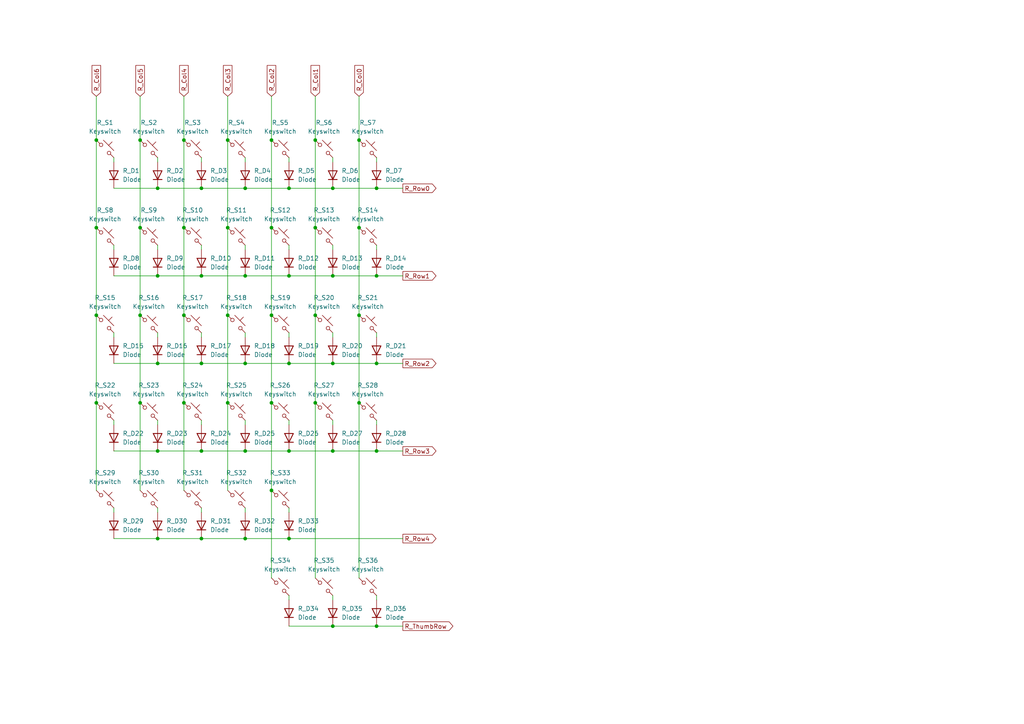
<source format=kicad_sch>
(kicad_sch (version 20250114) (generator "eeschema") (generator_version "9.0")
  (paper "A4")
  (title_block (title "TheFalcon[Left["))
  (lib_symbols
    (symbol "ScottoKeebs:Placeholder_Diode" (pin_numbers (hide yes)) (pin_names (hide yes))
      (property "Reference" "R_D" (at 0 2.54 0))
      (property "Value" "Diode" (at 0 -2.54 0))
      (symbol "Placeholder_Diode_0_1"
        (polyline (pts (xy -1.27 1.27) (xy -1.27 -1.27)) (stroke (width 0.254)))
        (polyline (pts (xy 1.27 1.27) (xy 1.27 -1.27) (xy -1.27 0) (xy 1.27 1.27)) (stroke (width 0.254)))
        (polyline (pts (xy 1.27 0) (xy -1.27 0)))
      )
      (symbol "Placeholder_Diode_1_1"
        (pin passive line (at -3.81 0 0) (length 2.54) (name "K") (number "1"))
        (pin passive line (at 3.81 0 180) (length 2.54) (name "A") (number "2"))
      )
    )
    (symbol "ScottoKeebs:Placeholder_Keyswitch" (pin_numbers (hide yes)) (pin_names (offset 1.016) (hide yes))
      (property "Reference" "R_S" (at 3.048 1.016 0))
      (property "Value" "Keyswitch" (at 0 -3.81 0))
      (symbol "Placeholder_Keyswitch_0_1"
        (polyline (pts (xy -2.54 2.54) (xy -1.524 1.524) (xy -1.524 1.524)))
        (circle (center -1.1684 1.1684) (radius 0.508))
        (polyline (pts (xy -0.508 2.54) (xy 2.54 -0.508)))
        (polyline (pts (xy 1.016 1.016) (xy 2.032 2.032)))
        (circle (center 1.143 -1.1938) (radius 0.508))
        (polyline (pts (xy 1.524 -1.524) (xy 2.54 -2.54) (xy 2.54 -2.54) (xy 2.54 -2.54)))
        (pin passive line (at -2.54 2.54 0) (length 0) (name "1") (number "1"))
        (pin passive line (at 2.54 -2.54 180) (length 0) (name "2") (number "2"))
      )
    )
  )
  (junction (at 104.14 91.44))
  (junction (at 104.14 116.84))
  (junction (at 104.14 66.04))
  (junction (at 40.64 91.44))
  (junction (at 27.94 66.04))
  (junction (at 78.74 40.64))
  (junction (at 45.72 156.21))
  (junction (at 27.94 116.84))
  (junction (at 58.42 156.21))
  (junction (at 83.82 156.21))
  (junction (at 45.72 130.81))
  (junction (at 83.82 130.81))
  (junction (at 53.34 91.44))
  (junction (at 66.04 66.04))
  (junction (at 66.04 40.64))
  (junction (at 27.94 40.64))
  (junction (at 78.74 142.24))
  (junction (at 53.34 116.84))
  (junction (at 66.04 116.84))
  (junction (at 104.14 40.64))
  (junction (at 71.12 105.41))
  (junction (at 40.64 40.64))
  (junction (at 71.12 156.21))
  (junction (at 58.42 80.01))
  (junction (at 91.44 40.64))
  (junction (at 91.44 91.44))
  (junction (at 109.22 130.81))
  (junction (at 53.34 40.64))
  (junction (at 83.82 54.61))
  (junction (at 109.22 181.61))
  (junction (at 58.42 130.81))
  (junction (at 66.04 91.44))
  (junction (at 109.22 54.61))
  (junction (at 78.74 91.44))
  (junction (at 78.74 116.84))
  (junction (at 71.12 54.61))
  (junction (at 96.52 80.01))
  (junction (at 40.64 66.04))
  (junction (at 91.44 116.84))
  (junction (at 58.42 54.61))
  (junction (at 71.12 80.01))
  (junction (at 45.72 105.41))
  (junction (at 53.34 66.04))
  (junction (at 45.72 80.01))
  (junction (at 109.22 105.41))
  (junction (at 71.12 130.81))
  (junction (at 27.94 91.44))
  (junction (at 58.42 105.41))
  (junction (at 78.74 66.04))
  (junction (at 109.22 80.01))
  (junction (at 91.44 66.04))
  (junction (at 96.52 54.61))
  (junction (at 83.82 80.01))
  (junction (at 96.52 105.41))
  (junction (at 40.64 116.84))
  (junction (at 45.72 54.61))
  (junction (at 96.52 181.61))
  (junction (at 83.82 105.41))
  (junction (at 96.52 130.81))
  (wire (pts (xy 71.12 80.01) (xy 83.82 80.01)))
  (wire (pts (xy 96.52 105.41) (xy 109.22 105.41)))
  (wire (pts (xy 33.02 80.01) (xy 45.72 80.01)))
  (wire (pts (xy 45.72 54.61) (xy 58.42 54.61)))
  (wire (pts (xy 40.64 91.44) (xy 40.64 116.84)))
  (wire (pts (xy 83.82 54.61) (xy 96.52 54.61)))
  (wire (pts (xy 71.12 54.61) (xy 83.82 54.61)))
  (wire (pts (xy 104.14 27.94) (xy 104.14 40.64)))
  (wire (pts (xy 58.42 156.21) (xy 71.12 156.21)))
  (wire (pts (xy 78.74 27.94) (xy 78.74 40.64)))
  (wire (pts (xy 33.02 147.32) (xy 33.02 148.59)))
  (wire (pts (xy 53.34 66.04) (xy 53.34 91.44)))
  (wire (pts (xy 45.72 121.92) (xy 45.72 123.19)))
  (wire (pts (xy 33.02 96.52) (xy 33.02 97.79)))
  (wire (pts (xy 27.94 116.84) (xy 27.94 142.24)))
  (wire (pts (xy 109.22 80.01) (xy 116.84 80.01)))
  (wire (pts (xy 33.02 71.12) (xy 33.02 72.39)))
  (wire (pts (xy 78.74 91.44) (xy 78.74 116.84)))
  (wire (pts (xy 83.82 105.41) (xy 96.52 105.41)))
  (wire (pts (xy 58.42 54.61) (xy 71.12 54.61)))
  (wire (pts (xy 96.52 96.52) (xy 96.52 97.79)))
  (wire (pts (xy 33.02 54.61) (xy 45.72 54.61)))
  (wire (pts (xy 109.22 45.72) (xy 109.22 46.99)))
  (wire (pts (xy 58.42 121.92) (xy 58.42 123.19)))
  (wire (pts (xy 40.64 40.64) (xy 40.64 66.04)))
  (wire (pts (xy 40.64 116.84) (xy 40.64 142.24)))
  (wire (pts (xy 91.44 66.04) (xy 91.44 91.44)))
  (wire (pts (xy 66.04 91.44) (xy 66.04 116.84)))
  (wire (pts (xy 66.04 27.94) (xy 66.04 40.64)))
  (wire (pts (xy 96.52 130.81) (xy 109.22 130.81)))
  (wire (pts (xy 83.82 172.72) (xy 83.82 173.99)))
  (wire (pts (xy 83.82 121.92) (xy 83.82 123.19)))
  (wire (pts (xy 109.22 105.41) (xy 116.84 105.41)))
  (wire (pts (xy 33.02 121.92) (xy 33.02 123.19)))
  (wire (pts (xy 78.74 116.84) (xy 78.74 142.24)))
  (wire (pts (xy 91.44 40.64) (xy 91.44 66.04)))
  (wire (pts (xy 83.82 156.21) (xy 116.84 156.21)))
  (wire (pts (xy 109.22 172.72) (xy 109.22 173.99)))
  (wire (pts (xy 91.44 27.94) (xy 91.44 40.64)))
  (wire (pts (xy 83.82 45.72) (xy 83.82 46.99)))
  (wire (pts (xy 109.22 130.81) (xy 116.84 130.81)))
  (wire (pts (xy 58.42 147.32) (xy 58.42 148.59)))
  (wire (pts (xy 83.82 80.01) (xy 96.52 80.01)))
  (wire (pts (xy 109.22 71.12) (xy 109.22 72.39)))
  (wire (pts (xy 104.14 116.84) (xy 104.14 167.64)))
  (wire (pts (xy 53.34 40.64) (xy 53.34 66.04)))
  (wire (pts (xy 83.82 130.81) (xy 96.52 130.81)))
  (wire (pts (xy 58.42 45.72) (xy 58.42 46.99)))
  (wire (pts (xy 66.04 40.64) (xy 66.04 66.04)))
  (wire (pts (xy 33.02 130.81) (xy 45.72 130.81)))
  (wire (pts (xy 33.02 105.41) (xy 45.72 105.41)))
  (wire (pts (xy 96.52 80.01) (xy 109.22 80.01)))
  (wire (pts (xy 71.12 96.52) (xy 71.12 97.79)))
  (wire (pts (xy 53.34 116.84) (xy 53.34 142.24)))
  (wire (pts (xy 45.72 105.41) (xy 58.42 105.41)))
  (wire (pts (xy 27.94 27.94) (xy 27.94 40.64)))
  (wire (pts (xy 96.52 45.72) (xy 96.52 46.99)))
  (wire (pts (xy 33.02 45.72) (xy 33.02 46.99)))
  (wire (pts (xy 45.72 147.32) (xy 45.72 148.59)))
  (wire (pts (xy 109.22 181.61) (xy 116.84 181.61)))
  (wire (pts (xy 109.22 96.52) (xy 109.22 97.79)))
  (wire (pts (xy 27.94 91.44) (xy 27.94 116.84)))
  (wire (pts (xy 91.44 91.44) (xy 91.44 116.84)))
  (wire (pts (xy 27.94 40.64) (xy 27.94 66.04)))
  (wire (pts (xy 78.74 40.64) (xy 78.74 66.04)))
  (wire (pts (xy 58.42 96.52) (xy 58.42 97.79)))
  (wire (pts (xy 71.12 71.12) (xy 71.12 72.39)))
  (wire (pts (xy 83.82 147.32) (xy 83.82 148.59)))
  (wire (pts (xy 83.82 181.61) (xy 96.52 181.61)))
  (wire (pts (xy 27.94 66.04) (xy 27.94 91.44)))
  (wire (pts (xy 109.22 121.92) (xy 109.22 123.19)))
  (wire (pts (xy 71.12 130.81) (xy 83.82 130.81)))
  (wire (pts (xy 45.72 80.01) (xy 58.42 80.01)))
  (wire (pts (xy 45.72 71.12) (xy 45.72 72.39)))
  (wire (pts (xy 58.42 71.12) (xy 58.42 72.39)))
  (wire (pts (xy 78.74 142.24) (xy 78.74 167.64)))
  (wire (pts (xy 71.12 105.41) (xy 83.82 105.41)))
  (wire (pts (xy 33.02 156.21) (xy 45.72 156.21)))
  (wire (pts (xy 104.14 40.64) (xy 104.14 66.04)))
  (wire (pts (xy 109.22 54.61) (xy 116.84 54.61)))
  (wire (pts (xy 96.52 121.92) (xy 96.52 123.19)))
  (wire (pts (xy 78.74 66.04) (xy 78.74 91.44)))
  (wire (pts (xy 71.12 156.21) (xy 83.82 156.21)))
  (wire (pts (xy 96.52 54.61) (xy 109.22 54.61)))
  (wire (pts (xy 45.72 45.72) (xy 45.72 46.99)))
  (wire (pts (xy 71.12 121.92) (xy 71.12 123.19)))
  (wire (pts (xy 45.72 156.21) (xy 58.42 156.21)))
  (wire (pts (xy 71.12 45.72) (xy 71.12 46.99)))
  (wire (pts (xy 96.52 181.61) (xy 109.22 181.61)))
  (wire (pts (xy 96.52 172.72) (xy 96.52 173.99)))
  (wire (pts (xy 40.64 27.94) (xy 40.64 40.64)))
  (wire (pts (xy 83.82 96.52) (xy 83.82 97.79)))
  (wire (pts (xy 83.82 71.12) (xy 83.82 72.39)))
  (wire (pts (xy 66.04 66.04) (xy 66.04 91.44)))
  (wire (pts (xy 58.42 80.01) (xy 71.12 80.01)))
  (wire (pts (xy 91.44 116.84) (xy 91.44 167.64)))
  (wire (pts (xy 104.14 91.44) (xy 104.14 116.84)))
  (wire (pts (xy 58.42 105.41) (xy 71.12 105.41)))
  (wire (pts (xy 71.12 147.32) (xy 71.12 148.59)))
  (wire (pts (xy 45.72 96.52) (xy 45.72 97.79)))
  (wire (pts (xy 96.52 71.12) (xy 96.52 72.39)))
  (wire (pts (xy 66.04 116.84) (xy 66.04 142.24)))
  (wire (pts (xy 40.64 66.04) (xy 40.64 91.44)))
  (wire (pts (xy 53.34 91.44) (xy 53.34 116.84)))
  (wire (pts (xy 104.14 66.04) (xy 104.14 91.44)))
  (wire (pts (xy 53.34 27.94) (xy 53.34 40.64)))
  (wire (pts (xy 45.72 130.81) (xy 58.42 130.81)))
  (wire (pts (xy 58.42 130.81) (xy 71.12 130.81)))
  (global_label "R_Row1" (shape output) (at 116.84 80.01 0) (property "Intersheetrefs" "${INTERSHEET_REFS}" (effects (hide yes))))
  (global_label "R_Row3" (shape output) (at 116.84 130.81 0) (property "Intersheetrefs" "${INTERSHEET_REFS}" (effects (hide yes))))
  (global_label "R_Col5" (shape input) (at 40.64 27.94 90) (property "Intersheetrefs" "${INTERSHEET_REFS}" (effects (hide yes))))
  (global_label "R_Col4" (shape input) (at 53.34 27.94 90) (property "Intersheetrefs" "${INTERSHEET_REFS}" (effects (hide yes))))
  (global_label "R_Col0" (shape input) (at 104.14 27.94 90) (property "Intersheetrefs" "${INTERSHEET_REFS}" (effects (hide yes))))
  (global_label "R_ThumbRow" (shape output) (at 116.84 181.61 0) (property "Intersheetrefs" "${INTERSHEET_REFS}" (effects (hide yes))))
  (global_label "R_Col1" (shape input) (at 91.44 27.94 90) (property "Intersheetrefs" "${INTERSHEET_REFS}" (effects (hide yes))))
  (global_label "R_Col3" (shape input) (at 66.04 27.94 90) (property "Intersheetrefs" "${INTERSHEET_REFS}" (effects (hide yes))))
  (global_label "R_Row4" (shape output) (at 116.84 156.21 0) (property "Intersheetrefs" "${INTERSHEET_REFS}" (effects (hide yes))))
  (global_label "R_Row0" (shape output) (at 116.84 54.61 0) (property "Intersheetrefs" "${INTERSHEET_REFS}" (effects (hide yes))))
  (global_label "R_Col6" (shape input) (at 27.94 27.94 90) (property "Intersheetrefs" "${INTERSHEET_REFS}" (effects (hide yes))))
  (global_label "R_Col2" (shape input) (at 78.74 27.94 90) (property "Intersheetrefs" "${INTERSHEET_REFS}" (effects (hide yes))))
  (global_label "R_Row2" (shape output) (at 116.84 105.41 0) (property "Intersheetrefs" "${INTERSHEET_REFS}" (effects (hide yes))))
  (symbol (lib_id "ScottoKeebs:Placeholder_Keyswitch") (at 43.18 119.38 0) (unit 1)
    (property "Reference" "R_S23" (at 43.18 111.76 0))
    (property "Value" "Keyswitch" (at 43.18 114.3 0))
    (property "Footprint" "MX_KS33:MX_KS33-Solderable-1U" (effects (hide yes)))
    (property "Description" "Push button switch, normally open, two pins, 45° tilted" (effects (hide yes)))
  )
  (symbol (lib_id "ScottoKeebs:Placeholder_Keyswitch") (at 81.28 119.38 0) (unit 1)
    (property "Reference" "R_S26" (at 81.28 111.76 0))
    (property "Value" "Keyswitch" (at 81.28 114.3 0))
    (property "Footprint" "MX_KS33:MX_KS33-Solderable-1U" (effects (hide yes)))
    (property "Description" "Push button switch, normally open, two pins, 45° tilted" (effects (hide yes)))
  )
  (symbol (lib_id "ScottoKeebs:Placeholder_Diode") (at 109.22 177.8 90) (unit 1)
    (property "Reference" "R_D36" (at 111.76 176.5299 90) (effects (justify right)))
    (property "Value" "Diode" (at 111.76 179.0699 90) (effects (justify right)))
    (property "Footprint" "Diode_SMD:D_SOD-123" (effects (hide yes)))
    (property "Description" "1N4148 (DO-35) or 1N4148W (SOD-123)" (effects (hide yes)))
    (property "LCSC Part Number" "C2099" (effects (hide yes)))
  )
  (symbol (lib_id "ScottoKeebs:Placeholder_Diode") (at 96.52 50.8 90) (unit 1)
    (property "Reference" "R_D6" (at 99.06 49.5299 90) (effects (justify right)))
    (property "Value" "Diode" (at 99.06 52.0699 90) (effects (justify right)))
    (property "Footprint" "Diode_SMD:D_SOD-123" (effects (hide yes)))
    (property "Description" "1N4148 (DO-35) or 1N4148W (SOD-123)" (effects (hide yes)))
    (property "LCSC Part Number" "C2099" (effects (hide yes)))
  )
  (symbol (lib_id "ScottoKeebs:Placeholder_Diode") (at 58.42 127 90) (unit 1)
    (property "Reference" "R_D24" (at 60.96 125.7299 90) (effects (justify right)))
    (property "Value" "Diode" (at 60.96 128.2699 90) (effects (justify right)))
    (property "Footprint" "Diode_SMD:D_SOD-123" (effects (hide yes)))
    (property "Description" "1N4148 (DO-35) or 1N4148W (SOD-123)" (effects (hide yes)))
    (property "LCSC Part Number" "C2099" (effects (hide yes)))
  )
  (symbol (lib_id "ScottoKeebs:Placeholder_Diode") (at 45.72 76.2 90) (unit 1)
    (property "Reference" "R_D9" (at 48.26 74.9299 90) (effects (justify right)))
    (property "Value" "Diode" (at 48.26 77.4699 90) (effects (justify right)))
    (property "Footprint" "Diode_SMD:D_SOD-123" (effects (hide yes)))
    (property "Description" "1N4148 (DO-35) or 1N4148W (SOD-123)" (effects (hide yes)))
    (property "LCSC Part Number" "C2099" (effects (hide yes)))
  )
  (symbol (lib_id "ScottoKeebs:Placeholder_Diode") (at 83.82 177.8 90) (unit 1)
    (property "Reference" "R_D34" (at 86.36 176.5299 90) (effects (justify right)))
    (property "Value" "Diode" (at 86.36 179.0699 90) (effects (justify right)))
    (property "Footprint" "Diode_SMD:D_SOD-123" (effects (hide yes)))
    (property "Description" "1N4148 (DO-35) or 1N4148W (SOD-123)" (effects (hide yes)))
    (property "LCSC Part Number" "C2099" (effects (hide yes)))
  )
  (symbol (lib_id "ScottoKeebs:Placeholder_Diode") (at 96.52 76.2 90) (unit 1)
    (property "Reference" "R_D13" (at 99.06 74.9299 90) (effects (justify right)))
    (property "Value" "Diode" (at 99.06 77.4699 90) (effects (justify right)))
    (property "Footprint" "Diode_SMD:D_SOD-123" (effects (hide yes)))
    (property "Description" "1N4148 (DO-35) or 1N4148W (SOD-123)" (effects (hide yes)))
    (property "LCSC Part Number" "C2099" (effects (hide yes)))
  )
  (symbol (lib_id "ScottoKeebs:Placeholder_Keyswitch") (at 93.98 68.58 0) (unit 1)
    (property "Reference" "R_S13" (at 93.98 60.96 0))
    (property "Value" "Keyswitch" (at 93.98 63.5 0))
    (property "Footprint" "MX_KS33:MX_KS33-Solderable-1U" (effects (hide yes)))
    (property "Description" "Push button switch, normally open, two pins, 45° tilted" (effects (hide yes)))
  )
  (symbol (lib_id "ScottoKeebs:Placeholder_Diode") (at 58.42 76.2 90) (unit 1)
    (property "Reference" "R_D10" (at 60.96 74.9299 90) (effects (justify right)))
    (property "Value" "Diode" (at 60.96 77.4699 90) (effects (justify right)))
    (property "Footprint" "Diode_SMD:D_SOD-123" (effects (hide yes)))
    (property "Description" "1N4148 (DO-35) or 1N4148W (SOD-123)" (effects (hide yes)))
    (property "LCSC Part Number" "C2099" (effects (hide yes)))
  )
  (symbol (lib_id "ScottoKeebs:Placeholder_Diode") (at 83.82 152.4 90) (unit 1)
    (property "Reference" "R_D33" (at 86.36 151.1299 90) (effects (justify right)))
    (property "Value" "Diode" (at 86.36 153.6699 90) (effects (justify right)))
    (property "Footprint" "Diode_SMD:D_SOD-123" (effects (hide yes)))
    (property "Description" "1N4148 (DO-35) or 1N4148W (SOD-123)" (effects (hide yes)))
    (property "LCSC Part Number" "C2099" (effects (hide yes)))
  )
  (symbol (lib_id "ScottoKeebs:Placeholder_Keyswitch") (at 30.48 144.78 0) (unit 1)
    (property "Reference" "R_S29" (at 30.48 137.16 0))
    (property "Value" "Keyswitch" (at 30.48 139.7 0))
    (property "Footprint" "MX_KS33:MX_KS33-Solderable-1U" (effects (hide yes)))
    (property "Description" "Push button switch, normally open, two pins, 45° tilted" (effects (hide yes)))
  )
  (symbol (lib_id "ScottoKeebs:Placeholder_Keyswitch") (at 30.48 43.18 0) (unit 1)
    (property "Reference" "R_S1" (at 30.48 35.56 0))
    (property "Value" "Keyswitch" (at 30.48 38.1 0))
    (property "Footprint" "MX_KS33:MX_KS33-Solderable-1U" (effects (hide yes)))
    (property "Description" "Push button switch, normally open, two pins, 45° tilted" (effects (hide yes)))
  )
  (symbol (lib_id "ScottoKeebs:Placeholder_Diode") (at 71.12 101.6 90) (unit 1)
    (property "Reference" "R_D18" (at 73.66 100.3299 90) (effects (justify right)))
    (property "Value" "Diode" (at 73.66 102.8699 90) (effects (justify right)))
    (property "Footprint" "Diode_SMD:D_SOD-123" (effects (hide yes)))
    (property "Description" "1N4148 (DO-35) or 1N4148W (SOD-123)" (effects (hide yes)))
    (property "LCSC Part Number" "C2099" (effects (hide yes)))
  )
  (symbol (lib_id "ScottoKeebs:Placeholder_Diode") (at 71.12 152.4 90) (unit 1)
    (property "Reference" "R_D32" (at 73.66 151.1299 90) (effects (justify right)))
    (property "Value" "Diode" (at 73.66 153.6699 90) (effects (justify right)))
    (property "Footprint" "Diode_SMD:D_SOD-123" (effects (hide yes)))
    (property "Description" "1N4148 (DO-35) or 1N4148W (SOD-123)" (effects (hide yes)))
    (property "LCSC Part Number" "C2099" (effects (hide yes)))
  )
  (symbol (lib_id "ScottoKeebs:Placeholder_Diode") (at 45.72 50.8 90) (unit 1)
    (property "Reference" "R_D2" (at 48.26 49.5299 90) (effects (justify right)))
    (property "Value" "Diode" (at 48.26 52.0699 90) (effects (justify right)))
    (property "Footprint" "Diode_SMD:D_SOD-123" (effects (hide yes)))
    (property "Description" "1N4148 (DO-35) or 1N4148W (SOD-123)" (effects (hide yes)))
    (property "LCSC Part Number" "C2099" (effects (hide yes)))
  )
  (symbol (lib_id "ScottoKeebs:Placeholder_Diode") (at 96.52 127 90) (unit 1)
    (property "Reference" "R_D27" (at 99.06 125.7299 90) (effects (justify right)))
    (property "Value" "Diode" (at 99.06 128.2699 90) (effects (justify right)))
    (property "Footprint" "Diode_SMD:D_SOD-123" (effects (hide yes)))
    (property "Description" "1N4148 (DO-35) or 1N4148W (SOD-123)" (effects (hide yes)))
    (property "LCSC Part Number" "C2099" (effects (hide yes)))
  )
  (symbol (lib_id "ScottoKeebs:Placeholder_Keyswitch") (at 106.68 119.38 0) (unit 1)
    (property "Reference" "R_S28" (at 106.68 111.76 0))
    (property "Value" "Keyswitch" (at 106.68 114.3 0))
    (property "Footprint" "MX_KS33:MX_KS33-Solderable-1U" (effects (hide yes)))
    (property "Description" "Push button switch, normally open, two pins, 45° tilted" (effects (hide yes)))
  )
  (symbol (lib_id "ScottoKeebs:Placeholder_Diode") (at 83.82 50.8 90) (unit 1)
    (property "Reference" "R_D5" (at 86.36 49.5299 90) (effects (justify right)))
    (property "Value" "Diode" (at 86.36 52.0699 90) (effects (justify right)))
    (property "Footprint" "Diode_SMD:D_SOD-123" (effects (hide yes)))
    (property "Description" "1N4148 (DO-35) or 1N4148W (SOD-123)" (effects (hide yes)))
    (property "LCSC Part Number" "C2099" (effects (hide yes)))
  )
  (symbol (lib_id "ScottoKeebs:Placeholder_Keyswitch") (at 68.58 144.78 0) (unit 1)
    (property "Reference" "R_S32" (at 68.58 137.16 0))
    (property "Value" "Keyswitch" (at 68.58 139.7 0))
    (property "Footprint" "MX_KS33:MX_KS33-Solderable-1U" (effects (hide yes)))
    (property "Description" "Push button switch, normally open, two pins, 45° tilted" (effects (hide yes)))
  )
  (symbol (lib_id "ScottoKeebs:Placeholder_Diode") (at 58.42 101.6 90) (unit 1)
    (property "Reference" "R_D17" (at 60.96 100.3299 90) (effects (justify right)))
    (property "Value" "Diode" (at 60.96 102.8699 90) (effects (justify right)))
    (property "Footprint" "Diode_SMD:D_SOD-123" (effects (hide yes)))
    (property "Description" "1N4148 (DO-35) or 1N4148W (SOD-123)" (effects (hide yes)))
    (property "LCSC Part Number" "C2099" (effects (hide yes)))
  )
  (symbol (lib_id "ScottoKeebs:Placeholder_Diode") (at 45.72 152.4 90) (unit 1)
    (property "Reference" "R_D30" (at 48.26 151.1299 90) (effects (justify right)))
    (property "Value" "Diode" (at 48.26 153.6699 90) (effects (justify right)))
    (property "Footprint" "Diode_SMD:D_SOD-123" (effects (hide yes)))
    (property "Description" "1N4148 (DO-35) or 1N4148W (SOD-123)" (effects (hide yes)))
    (property "LCSC Part Number" "C2099" (effects (hide yes)))
  )
  (symbol (lib_id "ScottoKeebs:Placeholder_Keyswitch") (at 81.28 93.98 0) (unit 1)
    (property "Reference" "R_S19" (at 81.28 86.36 0))
    (property "Value" "Keyswitch" (at 81.28 88.9 0))
    (property "Footprint" "MX_KS33:MX_KS33-Solderable-1U" (effects (hide yes)))
    (property "Description" "Push button switch, normally open, two pins, 45° tilted" (effects (hide yes)))
  )
  (symbol (lib_id "ScottoKeebs:Placeholder_Keyswitch") (at 30.48 93.98 0) (unit 1)
    (property "Reference" "R_S15" (at 30.48 86.36 0))
    (property "Value" "Keyswitch" (at 30.48 88.9 0))
    (property "Footprint" "MX_KS33:MX_KS33-Solderable-1U" (effects (hide yes)))
    (property "Description" "Push button switch, normally open, two pins, 45° tilted" (effects (hide yes)))
  )
  (symbol (lib_id "ScottoKeebs:Placeholder_Keyswitch") (at 81.28 144.78 0) (unit 1)
    (property "Reference" "R_S33" (at 81.28 137.16 0))
    (property "Value" "Keyswitch" (at 81.28 139.7 0))
    (property "Footprint" "MX_KS33:MX_KS33-Solderable-1U" (effects (hide yes)))
    (property "Description" "Push button switch, normally open, two pins, 45° tilted" (effects (hide yes)))
  )
  (symbol (lib_id "ScottoKeebs:Placeholder_Diode") (at 109.22 76.2 90) (unit 1)
    (property "Reference" "R_D14" (at 111.76 74.9299 90) (effects (justify right)))
    (property "Value" "Diode" (at 111.76 77.4699 90) (effects (justify right)))
    (property "Footprint" "Diode_SMD:D_SOD-123" (effects (hide yes)))
    (property "Description" "1N4148 (DO-35) or 1N4148W (SOD-123)" (effects (hide yes)))
    (property "LCSC Part Number" "C2099" (effects (hide yes)))
  )
  (symbol (lib_id "ScottoKeebs:Placeholder_Diode") (at 83.82 76.2 90) (unit 1)
    (property "Reference" "R_D12" (at 86.36 74.9299 90) (effects (justify right)))
    (property "Value" "Diode" (at 86.36 77.4699 90) (effects (justify right)))
    (property "Footprint" "Diode_SMD:D_SOD-123" (effects (hide yes)))
    (property "Description" "1N4148 (DO-35) or 1N4148W (SOD-123)" (effects (hide yes)))
    (property "LCSC Part Number" "C2099" (effects (hide yes)))
  )
  (symbol (lib_id "ScottoKeebs:Placeholder_Keyswitch") (at 93.98 170.18 0) (unit 1)
    (property "Reference" "R_S35" (at 93.98 162.56 0))
    (property "Value" "Keyswitch" (at 93.98 165.1 0))
    (property "Footprint" "MX_KS33:MX_KS33-Solderable-1.5U-Vertical" (effects (hide yes)))
    (property "Description" "Push button switch, normally open, two pins, 45° tilted" (effects (hide yes)))
  )
  (symbol (lib_id "ScottoKeebs:Placeholder_Keyswitch") (at 30.48 119.38 0) (unit 1)
    (property "Reference" "R_S22" (at 30.48 111.76 0))
    (property "Value" "Keyswitch" (at 30.48 114.3 0))
    (property "Footprint" "MX_KS33:MX_KS33-Solderable-1U" (effects (hide yes)))
    (property "Description" "Push button switch, normally open, two pins, 45° tilted" (effects (hide yes)))
  )
  (symbol (lib_id "ScottoKeebs:Placeholder_Diode") (at 33.02 76.2 90) (unit 1)
    (property "Reference" "R_D8" (at 35.56 74.9299 90) (effects (justify right)))
    (property "Value" "Diode" (at 35.56 77.4699 90) (effects (justify right)))
    (property "Footprint" "Diode_SMD:D_SOD-123" (effects (hide yes)))
    (property "Description" "1N4148 (DO-35) or 1N4148W (SOD-123)" (effects (hide yes)))
    (property "LCSC Part Number" "C2099" (effects (hide yes)))
  )
  (symbol (lib_id "ScottoKeebs:Placeholder_Keyswitch") (at 43.18 144.78 0) (unit 1)
    (property "Reference" "R_S30" (at 43.18 137.16 0))
    (property "Value" "Keyswitch" (at 43.18 139.7 0))
    (property "Footprint" "MX_KS33:MX_KS33-Solderable-1U" (effects (hide yes)))
    (property "Description" "Push button switch, normally open, two pins, 45° tilted" (effects (hide yes)))
  )
  (symbol (lib_id "ScottoKeebs:Placeholder_Diode") (at 58.42 50.8 90) (unit 1)
    (property "Reference" "R_D3" (at 60.96 49.5299 90) (effects (justify right)))
    (property "Value" "Diode" (at 60.96 52.0699 90) (effects (justify right)))
    (property "Footprint" "Diode_SMD:D_SOD-123" (effects (hide yes)))
    (property "Description" "1N4148 (DO-35) or 1N4148W (SOD-123)" (effects (hide yes)))
    (property "LCSC Part Number" "C2099" (effects (hide yes)))
  )
  (symbol (lib_id "ScottoKeebs:Placeholder_Keyswitch") (at 68.58 68.58 0) (unit 1)
    (property "Reference" "R_S11" (at 68.58 60.96 0))
    (property "Value" "Keyswitch" (at 68.58 63.5 0))
    (property "Footprint" "MX_KS33:MX_KS33-Solderable-1U" (effects (hide yes)))
    (property "Description" "Push button switch, normally open, two pins, 45° tilted" (effects (hide yes)))
  )
  (symbol (lib_id "ScottoKeebs:Placeholder_Diode") (at 45.72 101.6 90) (unit 1)
    (property "Reference" "R_D16" (at 48.26 100.3299 90) (effects (justify right)))
    (property "Value" "Diode" (at 48.26 102.8699 90) (effects (justify right)))
    (property "Footprint" "Diode_SMD:D_SOD-123" (effects (hide yes)))
    (property "Description" "1N4148 (DO-35) or 1N4148W (SOD-123)" (effects (hide yes)))
    (property "LCSC Part Number" "C2099" (effects (hide yes)))
  )
  (symbol (lib_id "ScottoKeebs:Placeholder_Keyswitch") (at 93.98 93.98 0) (unit 1)
    (property "Reference" "R_S20" (at 93.98 86.36 0))
    (property "Value" "Keyswitch" (at 93.98 88.9 0))
    (property "Footprint" "MX_KS33:MX_KS33-Solderable-1U" (effects (hide yes)))
    (property "Description" "Push button switch, normally open, two pins, 45° tilted" (effects (hide yes)))
  )
  (symbol (lib_id "ScottoKeebs:Placeholder_Diode") (at 96.52 101.6 90) (unit 1)
    (property "Reference" "R_D20" (at 99.06 100.3299 90) (effects (justify right)))
    (property "Value" "Diode" (at 99.06 102.8699 90) (effects (justify right)))
    (property "Footprint" "Diode_SMD:D_SOD-123" (effects (hide yes)))
    (property "Description" "1N4148 (DO-35) or 1N4148W (SOD-123)" (effects (hide yes)))
    (property "LCSC Part Number" "C2099" (effects (hide yes)))
  )
  (symbol (lib_id "ScottoKeebs:Placeholder_Diode") (at 96.52 177.8 90) (unit 1)
    (property "Reference" "R_D35" (at 99.06 176.5299 90) (effects (justify right)))
    (property "Value" "Diode" (at 99.06 179.0699 90) (effects (justify right)))
    (property "Footprint" "Diode_SMD:D_SOD-123" (effects (hide yes)))
    (property "Description" "1N4148 (DO-35) or 1N4148W (SOD-123)" (effects (hide yes)))
    (property "LCSC Part Number" "C2099" (effects (hide yes)))
  )
  (symbol (lib_id "ScottoKeebs:Placeholder_Keyswitch") (at 93.98 43.18 0) (unit 1)
    (property "Reference" "R_S6" (at 93.98 35.56 0))
    (property "Value" "Keyswitch" (at 93.98 38.1 0))
    (property "Footprint" "MX_KS33:MX_KS33-Solderable-1U" (effects (hide yes)))
    (property "Description" "Push button switch, normally open, two pins, 45° tilted" (effects (hide yes)))
  )
  (symbol (lib_id "ScottoKeebs:Placeholder_Keyswitch") (at 106.68 43.18 0) (unit 1)
    (property "Reference" "R_S7" (at 106.68 35.56 0))
    (property "Value" "Keyswitch" (at 106.68 38.1 0))
    (property "Footprint" "MX_KS33:MX_KS33-Solderable-1U" (effects (hide yes)))
    (property "Description" "Push button switch, normally open, two pins, 45° tilted" (effects (hide yes)))
  )
  (symbol (lib_id "ScottoKeebs:Placeholder_Diode") (at 33.02 50.8 90) (unit 1)
    (property "Reference" "R_D1" (at 35.56 49.5299 90) (effects (justify right)))
    (property "Value" "Diode" (at 35.56 52.0699 90) (effects (justify right)))
    (property "Footprint" "Diode_SMD:D_SOD-123" (effects (hide yes)))
    (property "Description" "1N4148 (DO-35) or 1N4148W (SOD-123)" (effects (hide yes)))
    (property "LCSC Part Number" "C2099" (effects (hide yes)))
  )
  (symbol (lib_id "ScottoKeebs:Placeholder_Keyswitch") (at 68.58 93.98 0) (unit 1)
    (property "Reference" "R_S18" (at 68.58 86.36 0))
    (property "Value" "Keyswitch" (at 68.58 88.9 0))
    (property "Footprint" "MX_KS33:MX_KS33-Solderable-1U" (effects (hide yes)))
    (property "Description" "Push button switch, normally open, two pins, 45° tilted" (effects (hide yes)))
  )
  (symbol (lib_id "ScottoKeebs:Placeholder_Keyswitch") (at 81.28 68.58 0) (unit 1)
    (property "Reference" "R_S12" (at 81.28 60.96 0))
    (property "Value" "Keyswitch" (at 81.28 63.5 0))
    (property "Footprint" "MX_KS33:MX_KS33-Solderable-1U" (effects (hide yes)))
    (property "Description" "Push button switch, normally open, two pins, 45° tilted" (effects (hide yes)))
  )
  (symbol (lib_id "ScottoKeebs:Placeholder_Keyswitch") (at 55.88 68.58 0) (unit 1)
    (property "Reference" "R_S10" (at 55.88 60.96 0))
    (property "Value" "Keyswitch" (at 55.88 63.5 0))
    (property "Footprint" "MX_KS33:MX_KS33-Solderable-1U" (effects (hide yes)))
    (property "Description" "Push button switch, normally open, two pins, 45° tilted" (effects (hide yes)))
  )
  (symbol (lib_id "ScottoKeebs:Placeholder_Keyswitch") (at 68.58 43.18 0) (unit 1)
    (property "Reference" "R_S4" (at 68.58 35.56 0))
    (property "Value" "Keyswitch" (at 68.58 38.1 0))
    (property "Footprint" "MX_KS33:MX_KS33-Solderable-1U" (effects (hide yes)))
    (property "Description" "Push button switch, normally open, two pins, 45° tilted" (effects (hide yes)))
  )
  (symbol (lib_id "ScottoKeebs:Placeholder_Keyswitch") (at 55.88 43.18 0) (unit 1)
    (property "Reference" "R_S3" (at 55.88 35.56 0))
    (property "Value" "Keyswitch" (at 55.88 38.1 0))
    (property "Footprint" "MX_KS33:MX_KS33-Solderable-1U" (effects (hide yes)))
    (property "Description" "Push button switch, normally open, two pins, 45° tilted" (effects (hide yes)))
  )
  (symbol (lib_id "ScottoKeebs:Placeholder_Keyswitch") (at 106.68 93.98 0) (unit 1)
    (property "Reference" "R_S21" (at 106.68 86.36 0))
    (property "Value" "Keyswitch" (at 106.68 88.9 0))
    (property "Footprint" "MX_KS33:MX_KS33-Solderable-1U" (effects (hide yes)))
    (property "Description" "Push button switch, normally open, two pins, 45° tilted" (effects (hide yes)))
  )
  (symbol (lib_id "ScottoKeebs:Placeholder_Diode") (at 33.02 152.4 90) (unit 1)
    (property "Reference" "R_D29" (at 35.56 151.1299 90) (effects (justify right)))
    (property "Value" "Diode" (at 35.56 153.6699 90) (effects (justify right)))
    (property "Footprint" "Diode_SMD:D_SOD-123" (effects (hide yes)))
    (property "Description" "1N4148 (DO-35) or 1N4148W (SOD-123)" (effects (hide yes)))
    (property "LCSC Part Number" "C2099" (effects (hide yes)))
  )
  (symbol (lib_id "ScottoKeebs:Placeholder_Keyswitch") (at 93.98 119.38 0) (unit 1)
    (property "Reference" "R_S27" (at 93.98 111.76 0))
    (property "Value" "Keyswitch" (at 93.98 114.3 0))
    (property "Footprint" "MX_KS33:MX_KS33-Solderable-1U" (effects (hide yes)))
    (property "Description" "Push button switch, normally open, two pins, 45° tilted" (effects (hide yes)))
  )
  (symbol (lib_id "ScottoKeebs:Placeholder_Diode") (at 71.12 127 90) (unit 1)
    (property "Reference" "R_D25" (at 73.66 125.7299 90) (effects (justify right)))
    (property "Value" "Diode" (at 73.66 128.2699 90) (effects (justify right)))
    (property "Footprint" "Diode_SMD:D_SOD-123" (effects (hide yes)))
    (property "Description" "1N4148 (DO-35) or 1N4148W (SOD-123)" (effects (hide yes)))
    (property "LCSC Part Number" "C2099" (effects (hide yes)))
  )
  (symbol (lib_id "ScottoKeebs:Placeholder_Diode") (at 83.82 127 90) (unit 1)
    (property "Reference" "R_D26" (at 86.36 125.7299 90) (effects (justify right)))
    (property "Value" "Diode" (at 86.36 128.2699 90) (effects (justify right)))
    (property "Footprint" "Diode_SMD:D_SOD-123" (effects (hide yes)))
    (property "Description" "1N4148 (DO-35) or 1N4148W (SOD-123)" (effects (hide yes)))
    (property "LCSC Part Number" "C2099" (effects (hide yes)))
  )
  (symbol (lib_id "ScottoKeebs:Placeholder_Keyswitch") (at 43.18 43.18 0) (unit 1)
    (property "Reference" "R_S2" (at 43.18 35.56 0))
    (property "Value" "Keyswitch" (at 43.18 38.1 0))
    (property "Footprint" "MX_KS33:MX_KS33-Solderable-1U" (effects (hide yes)))
    (property "Description" "Push button switch, normally open, two pins, 45° tilted" (effects (hide yes)))
  )
  (symbol (lib_id "ScottoKeebs:Placeholder_Keyswitch") (at 43.18 93.98 0) (unit 1)
    (property "Reference" "R_S16" (at 43.18 86.36 0))
    (property "Value" "Keyswitch" (at 43.18 88.9 0))
    (property "Footprint" "MX_KS33:MX_KS33-Solderable-1U" (effects (hide yes)))
    (property "Description" "Push button switch, normally open, two pins, 45° tilted" (effects (hide yes)))
  )
  (symbol (lib_id "ScottoKeebs:Placeholder_Keyswitch") (at 81.28 170.18 0) (unit 1)
    (property "Reference" "R_S34" (at 81.28 162.56 0))
    (property "Value" "Keyswitch" (at 81.28 165.1 0))
    (property "Footprint" "MX_KS33:MX_KS33-Solderable-1U" (effects (hide yes)))
    (property "Description" "Push button switch, normally open, two pins, 45° tilted" (effects (hide yes)))
  )
  (symbol (lib_id "ScottoKeebs:Placeholder_Keyswitch") (at 43.18 68.58 0) (unit 1)
    (property "Reference" "R_S9" (at 43.18 60.96 0))
    (property "Value" "Keyswitch" (at 43.18 63.5 0))
    (property "Footprint" "MX_KS33:MX_KS33-Solderable-1U" (effects (hide yes)))
    (property "Description" "Push button switch, normally open, two pins, 45° tilted" (effects (hide yes)))
  )
  (symbol (lib_id "ScottoKeebs:Placeholder_Diode") (at 45.72 127 90) (unit 1)
    (property "Reference" "R_D23" (at 48.26 125.7299 90) (effects (justify right)))
    (property "Value" "Diode" (at 48.26 128.2699 90) (effects (justify right)))
    (property "Footprint" "Diode_SMD:D_SOD-123" (effects (hide yes)))
    (property "Description" "1N4148 (DO-35) or 1N4148W (SOD-123)" (effects (hide yes)))
    (property "LCSC Part Number" "C2099" (effects (hide yes)))
  )
  (symbol (lib_id "ScottoKeebs:Placeholder_Diode") (at 71.12 50.8 90) (unit 1)
    (property "Reference" "R_D4" (at 73.66 49.5299 90) (effects (justify right)))
    (property "Value" "Diode" (at 73.66 52.0699 90) (effects (justify right)))
    (property "Footprint" "Diode_SMD:D_SOD-123" (effects (hide yes)))
    (property "Description" "1N4148 (DO-35) or 1N4148W (SOD-123)" (effects (hide yes)))
    (property "LCSC Part Number" "C2099" (effects (hide yes)))
  )
  (symbol (lib_id "ScottoKeebs:Placeholder_Diode") (at 109.22 127 90) (unit 1)
    (property "Reference" "R_D28" (at 111.76 125.7299 90) (effects (justify right)))
    (property "Value" "Diode" (at 111.76 128.2699 90) (effects (justify right)))
    (property "Footprint" "Diode_SMD:D_SOD-123" (effects (hide yes)))
    (property "Description" "1N4148 (DO-35) or 1N4148W (SOD-123)" (effects (hide yes)))
    (property "LCSC Part Number" "C2099" (effects (hide yes)))
  )
  (symbol (lib_id "ScottoKeebs:Placeholder_Keyswitch") (at 106.68 68.58 0) (unit 1)
    (property "Reference" "R_S14" (at 106.68 60.96 0))
    (property "Value" "Keyswitch" (at 106.68 63.5 0))
    (property "Footprint" "MX_KS33:MX_KS33-Solderable-1U" (effects (hide yes)))
    (property "Description" "Push button switch, normally open, two pins, 45° tilted" (effects (hide yes)))
  )
  (symbol (lib_id "ScottoKeebs:Placeholder_Diode") (at 109.22 50.8 90) (unit 1)
    (property "Reference" "R_D7" (at 111.76 49.5299 90) (effects (justify right)))
    (property "Value" "Diode" (at 111.76 52.0699 90) (effects (justify right)))
    (property "Footprint" "Diode_SMD:D_SOD-123" (effects (hide yes)))
    (property "Description" "1N4148 (DO-35) or 1N4148W (SOD-123)" (effects (hide yes)))
    (property "LCSC Part Number" "C2099" (effects (hide yes)))
  )
  (symbol (lib_id "ScottoKeebs:Placeholder_Keyswitch") (at 81.28 43.18 0) (unit 1)
    (property "Reference" "R_S5" (at 81.28 35.56 0))
    (property "Value" "Keyswitch" (at 81.28 38.1 0))
    (property "Footprint" "MX_KS33:MX_KS33-Solderable-1U" (effects (hide yes)))
    (property "Description" "Push button switch, normally open, two pins, 45° tilted" (effects (hide yes)))
  )
  (symbol (lib_id "ScottoKeebs:Placeholder_Keyswitch") (at 30.48 68.58 0) (unit 1)
    (property "Reference" "R_S8" (at 30.48 60.96 0))
    (property "Value" "Keyswitch" (at 30.48 63.5 0))
    (property "Footprint" "MX_KS33:MX_KS33-Solderable-1U" (effects (hide yes)))
    (property "Description" "Push button switch, normally open, two pins, 45° tilted" (effects (hide yes)))
  )
  (symbol (lib_id "ScottoKeebs:Placeholder_Diode") (at 83.82 101.6 90) (unit 1)
    (property "Reference" "R_D19" (at 86.36 100.3299 90) (effects (justify right)))
    (property "Value" "Diode" (at 86.36 102.8699 90) (effects (justify right)))
    (property "Footprint" "Diode_SMD:D_SOD-123" (effects (hide yes)))
    (property "Description" "1N4148 (DO-35) or 1N4148W (SOD-123)" (effects (hide yes)))
    (property "LCSC Part Number" "C2099" (effects (hide yes)))
  )
  (symbol (lib_id "ScottoKeebs:Placeholder_Keyswitch") (at 55.88 93.98 0) (unit 1)
    (property "Reference" "R_S17" (at 55.88 86.36 0))
    (property "Value" "Keyswitch" (at 55.88 88.9 0))
    (property "Footprint" "MX_KS33:MX_KS33-Solderable-1U" (effects (hide yes)))
    (property "Description" "Push button switch, normally open, two pins, 45° tilted" (effects (hide yes)))
  )
  (symbol (lib_id "ScottoKeebs:Placeholder_Keyswitch") (at 55.88 119.38 0) (unit 1)
    (property "Reference" "R_S24" (at 55.88 111.76 0))
    (property "Value" "Keyswitch" (at 55.88 114.3 0))
    (property "Footprint" "MX_KS33:MX_KS33-Solderable-1U" (effects (hide yes)))
    (property "Description" "Push button switch, normally open, two pins, 45° tilted" (effects (hide yes)))
  )
  (symbol (lib_id "ScottoKeebs:Placeholder_Diode") (at 33.02 101.6 90) (unit 1)
    (property "Reference" "R_D15" (at 35.56 100.3299 90) (effects (justify right)))
    (property "Value" "Diode" (at 35.56 102.8699 90) (effects (justify right)))
    (property "Footprint" "Diode_SMD:D_SOD-123" (effects (hide yes)))
    (property "Description" "1N4148 (DO-35) or 1N4148W (SOD-123)" (effects (hide yes)))
    (property "LCSC Part Number" "C2099" (effects (hide yes)))
  )
  (symbol (lib_id "ScottoKeebs:Placeholder_Diode") (at 109.22 101.6 90) (unit 1)
    (property "Reference" "R_D21" (at 111.76 100.3299 90) (effects (justify right)))
    (property "Value" "Diode" (at 111.76 102.8699 90) (effects (justify right)))
    (property "Footprint" "Diode_SMD:D_SOD-123" (effects (hide yes)))
    (property "Description" "1N4148 (DO-35) or 1N4148W (SOD-123)" (effects (hide yes)))
    (property "LCSC Part Number" "C2099" (effects (hide yes)))
  )
  (symbol (lib_id "ScottoKeebs:Placeholder_Keyswitch") (at 68.58 119.38 0) (unit 1)
    (property "Reference" "R_S25" (at 68.58 111.76 0))
    (property "Value" "Keyswitch" (at 68.58 114.3 0))
    (property "Footprint" "MX_KS33:MX_KS33-Solderable-1U" (effects (hide yes)))
    (property "Description" "Push button switch, normally open, two pins, 45° tilted" (effects (hide yes)))
  )
  (symbol (lib_id "ScottoKeebs:Placeholder_Keyswitch") (at 106.68 170.18 0) (unit 1)
    (property "Reference" "R_S36" (at 106.68 162.56 0))
    (property "Value" "Keyswitch" (at 106.68 165.1 0))
    (property "Footprint" "MX_KS33:MX_KS33-Solderable-1.5U-Vertical" (effects (hide yes)))
    (property "Description" "Push button switch, normally open, two pins, 45° tilted" (effects (hide yes)))
  )
  (symbol (lib_id "ScottoKeebs:Placeholder_Diode") (at 33.02 127 90) (unit 1)
    (property "Reference" "R_D22" (at 35.56 125.7299 90) (effects (justify right)))
    (property "Value" "Diode" (at 35.56 128.2699 90) (effects (justify right)))
    (property "Footprint" "Diode_SMD:D_SOD-123" (effects (hide yes)))
    (property "Description" "1N4148 (DO-35) or 1N4148W (SOD-123)" (effects (hide yes)))
    (property "LCSC Part Number" "C2099" (effects (hide yes)))
  )
  (symbol (lib_id "ScottoKeebs:Placeholder_Keyswitch") (at 55.88 144.78 0) (unit 1)
    (property "Reference" "R_S31" (at 55.88 137.16 0))
    (property "Value" "Keyswitch" (at 55.88 139.7 0))
    (property "Footprint" "MX_KS33:MX_KS33-Solderable-1U" (effects (hide yes)))
    (property "Description" "Push button switch, normally open, two pins, 45° tilted" (effects (hide yes)))
  )
  (symbol (lib_id "ScottoKeebs:Placeholder_Diode") (at 58.42 152.4 90) (unit 1)
    (property "Reference" "R_D31" (at 60.96 151.1299 90) (effects (justify right)))
    (property "Value" "Diode" (at 60.96 153.6699 90) (effects (justify right)))
    (property "Footprint" "Diode_SMD:D_SOD-123" (effects (hide yes)))
    (property "Description" "1N4148 (DO-35) or 1N4148W (SOD-123)" (effects (hide yes)))
    (property "LCSC Part Number" "C2099" (effects (hide yes)))
  )
  (symbol (lib_id "ScottoKeebs:Placeholder_Diode") (at 71.12 76.2 90) (unit 1)
    (property "Reference" "R_D11" (at 73.66 74.9299 90) (effects (justify right)))
    (property "Value" "Diode" (at 73.66 77.4699 90) (effects (justify right)))
    (property "Footprint" "Diode_SMD:D_SOD-123" (effects (hide yes)))
    (property "Description" "1N4148 (DO-35) or 1N4148W (SOD-123)" (effects (hide yes)))
    (property "LCSC Part Number" "C2099" (effects (hide yes)))
  )
)
</source>
